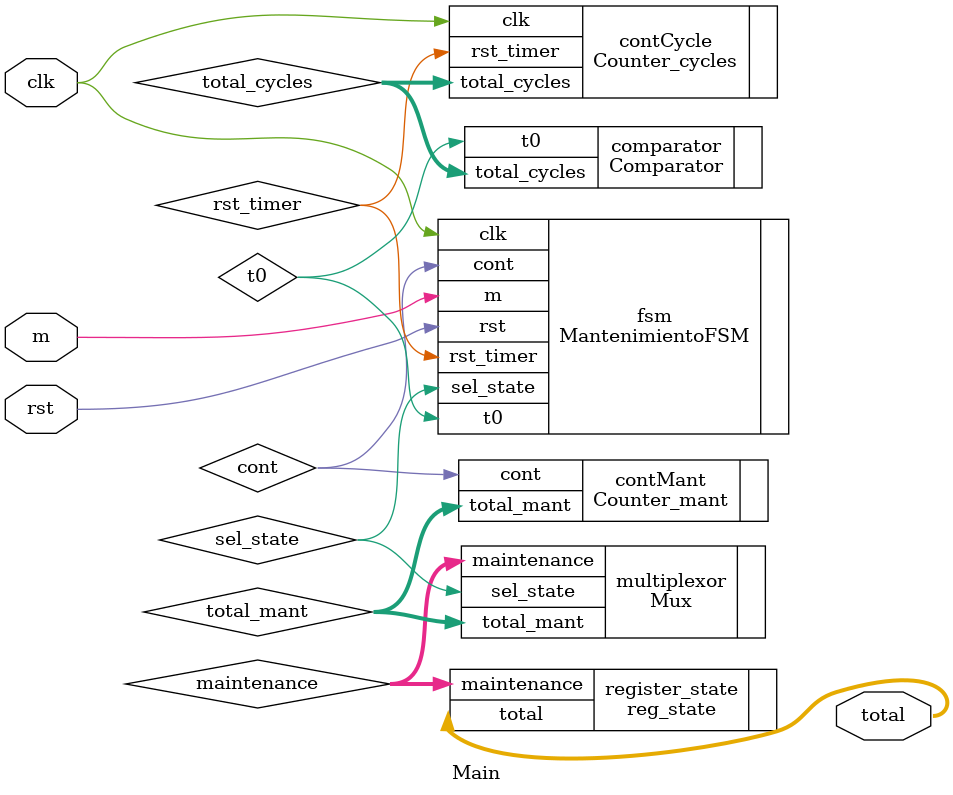
<source format=sv>
module Main (
       input clk, rst, m,
		 output [7:0] total
);

logic t0, cont, rst_timer, sel_state;
logic [7:0] maintenance,total_mant;
int total_cycles;


//Se instancian todos los modulos 

MantenimientoFSM fsm (.clk(clk), .rst(rst), .m(m), .t0(t0), .cont(cont), .rst_timer(rst_timer), .sel_state (sel_state));
Counter_mant contMant (.cont(cont), .total_mant(total_mant));
Counter_cycles contCycle (.clk(clk), .rst_timer(rst_timer), .total_cycles(total_cycles));
Comparator comparator (.total_cycles(total_cycles), .t0(t0));
Mux multiplexor (.total_mant(total_mant), .sel_state(sel_state), .maintenance(maintenance));
reg_state register_state (.maintenance(maintenance), .total(total));

endmodule
</source>
